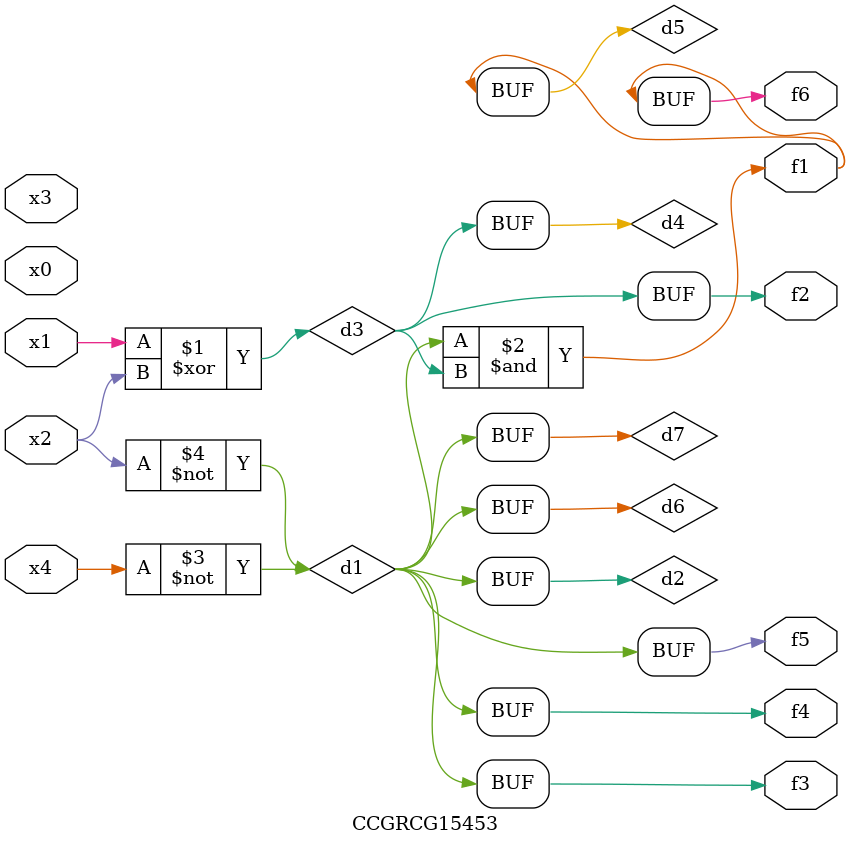
<source format=v>
module CCGRCG15453(
	input x0, x1, x2, x3, x4,
	output f1, f2, f3, f4, f5, f6
);

	wire d1, d2, d3, d4, d5, d6, d7;

	not (d1, x4);
	not (d2, x2);
	xor (d3, x1, x2);
	buf (d4, d3);
	and (d5, d1, d3);
	buf (d6, d1, d2);
	buf (d7, d2);
	assign f1 = d5;
	assign f2 = d4;
	assign f3 = d7;
	assign f4 = d7;
	assign f5 = d7;
	assign f6 = d5;
endmodule

</source>
